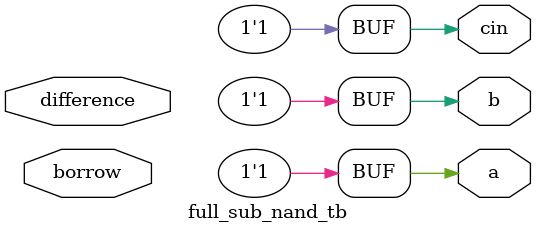
<source format=v>
module full_sub_nand_tb(a,b,cin,difference,borrow);
  input wire difference,borrow;
  output reg a,b,cin;
  full_sub_nand dut(a,b,cin,difference,borrow);
  initial begin
    $monitor("Time=%0t a=%0b b=%0b cin=%0b difference=%0b borrow=%0b",$time,a,b,cin,difference,borrow);
    #5 a=0;b=0;cin=0;
    #5 a=0;b=0;cin=1;
    #5 a=0;b=1;cin=0;
    #5 a=0;b=1;cin=1;
    #5 a=1;b=0;cin=0;
    #5 a=1;b=0;cin=1;
    #5 a=1;b=1;cin=0;
    #5 a=1;b=1;cin=1;
    #5;
  end
endmodule
    

</source>
